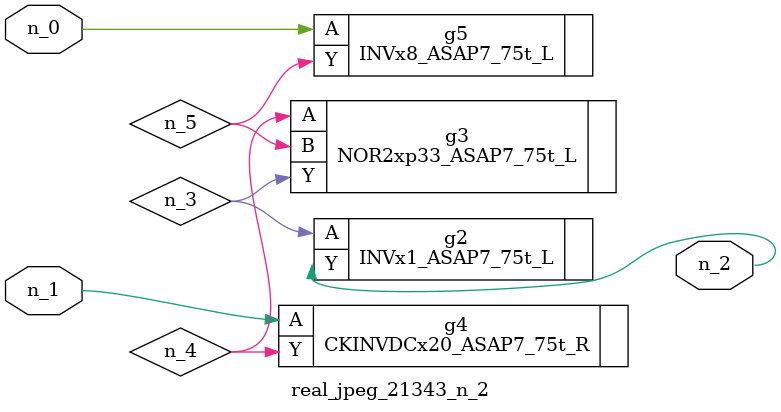
<source format=v>
module real_jpeg_21343_n_2 (n_1, n_0, n_2);

input n_1;
input n_0;

output n_2;

wire n_5;
wire n_4;
wire n_3;

INVx8_ASAP7_75t_L g5 ( 
.A(n_0),
.Y(n_5)
);

CKINVDCx20_ASAP7_75t_R g4 ( 
.A(n_1),
.Y(n_4)
);

INVx1_ASAP7_75t_L g2 ( 
.A(n_3),
.Y(n_2)
);

NOR2xp33_ASAP7_75t_L g3 ( 
.A(n_4),
.B(n_5),
.Y(n_3)
);


endmodule
</source>
